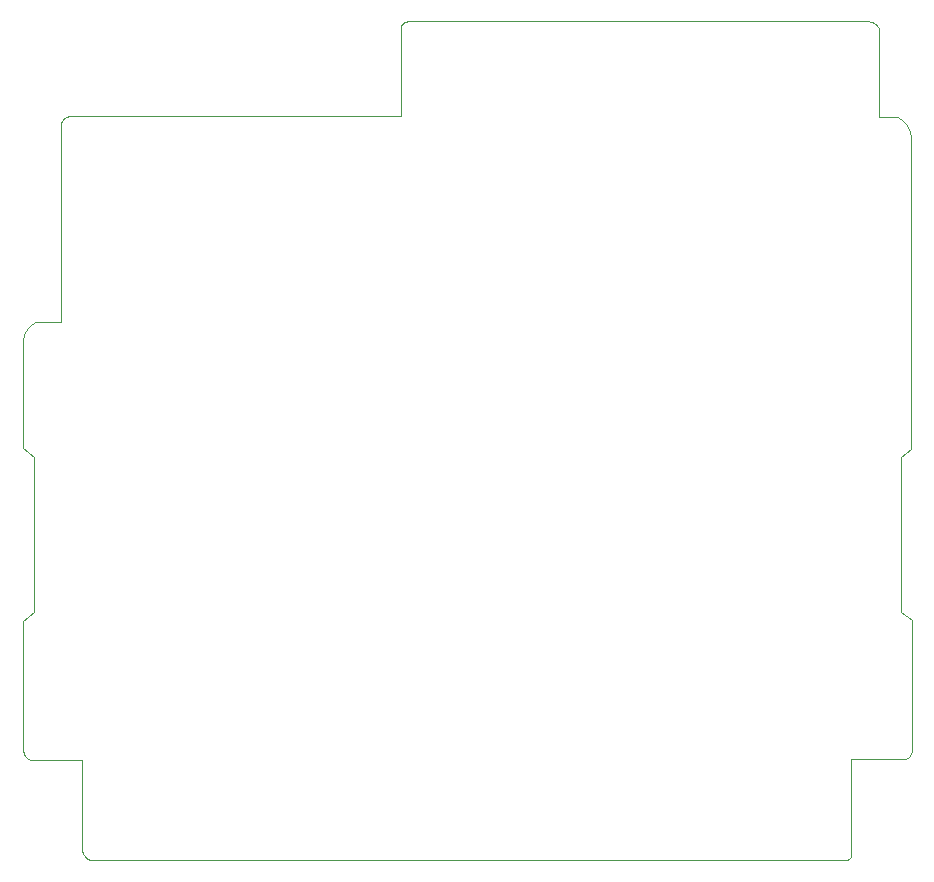
<source format=gbr>
%TF.GenerationSoftware,KiCad,Pcbnew,(6.0.2)*%
%TF.CreationDate,2023-01-30T01:25:14-05:00*%
%TF.ProjectId,bottom,626f7474-6f6d-42e6-9b69-6361645f7063,rev?*%
%TF.SameCoordinates,Original*%
%TF.FileFunction,Profile,NP*%
%FSLAX46Y46*%
G04 Gerber Fmt 4.6, Leading zero omitted, Abs format (unit mm)*
G04 Created by KiCad (PCBNEW (6.0.2)) date 2023-01-30 01:25:14*
%MOMM*%
%LPD*%
G01*
G04 APERTURE LIST*
%TA.AperFunction,Profile*%
%ADD10C,0.100000*%
%TD*%
G04 APERTURE END LIST*
D10*
X117564615Y-135895223D02*
X117515801Y-135867077D01*
X112660878Y-90658636D02*
X112739970Y-90590634D01*
X115296174Y-73416322D02*
X115316185Y-73379469D01*
X112417283Y-127367868D02*
X112382130Y-127343706D01*
X115539020Y-73131974D02*
X115573579Y-73108219D01*
X186110100Y-73079005D02*
X186201804Y-73129269D01*
X112323951Y-91055276D02*
X112382863Y-90969136D01*
X115262052Y-73492966D02*
X115278098Y-73454221D01*
X115646187Y-73066293D02*
X115684037Y-73048236D01*
X184426819Y-65434066D02*
X184456891Y-65483456D01*
X115414581Y-73244033D02*
X115443446Y-73213612D01*
X112051196Y-126770447D02*
X112047854Y-126727975D01*
X184510999Y-73079000D02*
X186110100Y-73079005D01*
X184456891Y-65483456D02*
X184484309Y-65534367D01*
X117224789Y-135604693D02*
X117191785Y-135559087D01*
X181777597Y-135956891D02*
X181725891Y-135970461D01*
X144406244Y-64985591D02*
X144443981Y-64972742D01*
X112649870Y-127471427D02*
X112609021Y-127459327D01*
X181725891Y-135970461D02*
X181673025Y-135978722D01*
X112056756Y-126812686D02*
X112051196Y-126770447D01*
X112027973Y-91829551D02*
X112046930Y-91726876D01*
X115209000Y-90368992D02*
X115209956Y-73738107D01*
X143999004Y-65349909D02*
X144040591Y-65281024D01*
X184484309Y-65534367D02*
X184509087Y-65586974D01*
X112453608Y-127390129D02*
X112417283Y-127367868D01*
X112220012Y-91236130D02*
X112269637Y-91144325D01*
X112228081Y-127197504D02*
X112202115Y-127163662D01*
X117007885Y-135033761D02*
X117005238Y-134977528D01*
X144560661Y-64946656D02*
X183379975Y-64939000D01*
X117379344Y-135767923D02*
X117337532Y-135730227D01*
X184281816Y-65254450D02*
X184321590Y-65296423D01*
X184001979Y-65051667D02*
X184052869Y-65079124D01*
X117515801Y-135867077D02*
X117468581Y-135836427D01*
X183949756Y-65026961D02*
X184001979Y-65051667D01*
X187063496Y-74143678D02*
X187098206Y-74242097D01*
X112100721Y-91525337D02*
X112135429Y-91426919D01*
X115505792Y-73157473D02*
X115539020Y-73131974D01*
X186752727Y-73602939D02*
X186816052Y-73685891D01*
X117718826Y-135963662D02*
X117666254Y-135943572D01*
X112775425Y-127494700D02*
X112733186Y-127489138D01*
X112074464Y-126896003D02*
X112064509Y-126854525D01*
X117260148Y-135648499D02*
X117224789Y-135604693D01*
X187098206Y-74242097D02*
X187127738Y-74342191D01*
X112135404Y-127054780D02*
X112117066Y-127016325D01*
X144443981Y-64972742D02*
X144482410Y-64961939D01*
X181898657Y-135900699D02*
X181852027Y-135926837D01*
X181802938Y-135948129D02*
X181777597Y-135956891D01*
X186376360Y-73243569D02*
X186458974Y-73307420D01*
X112064509Y-126854525D02*
X112056756Y-126812686D01*
X144482410Y-64961939D02*
X144521315Y-64953241D01*
X116009859Y-72978960D02*
X144008998Y-72978999D01*
X117666254Y-135943572D02*
X117614798Y-135920736D01*
X112047854Y-126727975D02*
X112046740Y-126685359D01*
X112315978Y-127290131D02*
X112285038Y-127260768D01*
X187028634Y-127219996D02*
X187000903Y-127245048D01*
X186538105Y-73375459D02*
X186613582Y-73447531D01*
X187192694Y-74753882D02*
X187195415Y-74858180D01*
X117423081Y-135803366D02*
X117379344Y-135767923D01*
X115762359Y-73018167D02*
X115802568Y-73006256D01*
X112285038Y-127260768D02*
X112255749Y-127229901D01*
X187000903Y-127245048D02*
X186941857Y-127290752D01*
X112997139Y-90412489D02*
X113089077Y-90362221D01*
X183672925Y-64946401D02*
X183729843Y-64956603D01*
X115609379Y-73086279D02*
X115646187Y-73066293D01*
X184359089Y-65340440D02*
X184394208Y-65386379D01*
X184149941Y-65141913D02*
X184195892Y-65177103D01*
X186458974Y-73307420D02*
X186538105Y-73375459D01*
X187152012Y-74443689D02*
X187170968Y-74546367D01*
X115226369Y-73613434D02*
X115236146Y-73572707D01*
X182052074Y-135753377D02*
X182036328Y-135775079D01*
X182036328Y-135775079D02*
X182001693Y-135815865D01*
X115361820Y-73309194D02*
X115387380Y-73275882D01*
X112529501Y-127428800D02*
X112491048Y-127410458D01*
X117161201Y-135511762D02*
X117133177Y-135462937D01*
X144086958Y-65216199D02*
X144112700Y-65185760D01*
X187200999Y-92079999D02*
X187210999Y-101109998D01*
X187249563Y-126797030D02*
X187234527Y-126870220D01*
X187234527Y-126870220D02*
X187212164Y-126941513D01*
X182001693Y-135815865D02*
X181963135Y-135852891D01*
X186910611Y-127311345D02*
X186845324Y-127347580D01*
X112100766Y-126976963D02*
X112086548Y-126936802D01*
X112568812Y-127445086D02*
X112529501Y-127428800D01*
X112382863Y-90969136D02*
X112446186Y-90886184D01*
X187170968Y-74546367D02*
X187184538Y-74649841D01*
X117107786Y-135412752D02*
X117085049Y-135361253D01*
X117133177Y-135462937D02*
X117107786Y-135412752D01*
X183500056Y-64934011D02*
X183557871Y-64935089D01*
X115278098Y-73454221D02*
X115296174Y-73416322D01*
X115338097Y-73343712D02*
X115361820Y-73309194D01*
X112733186Y-127489138D02*
X112691245Y-127481363D01*
X115573579Y-73108219D02*
X115609379Y-73086279D01*
X183896252Y-65005030D02*
X183949756Y-65026961D01*
X184509087Y-65586974D02*
X184510999Y-73079000D01*
X182144188Y-135477819D02*
X182139175Y-135531091D01*
X186201804Y-73129269D02*
X186290573Y-73184142D01*
X112739970Y-90590634D02*
X112822541Y-90526816D01*
X186321000Y-101820481D02*
X186321000Y-114929502D01*
X187127738Y-74342191D02*
X187152012Y-74443689D01*
X112959000Y-101790504D02*
X111999004Y-101080093D01*
X144521315Y-64953241D02*
X144560661Y-64946656D01*
X112269637Y-91144325D02*
X112323951Y-91055276D01*
X183786141Y-64969802D02*
X183841663Y-64985959D01*
X117770000Y-135981000D02*
X117718826Y-135963662D01*
X144008998Y-72978999D02*
X143999004Y-65349909D01*
X115473864Y-73184743D02*
X115505792Y-73157473D01*
X112086548Y-126936802D02*
X112074464Y-126896003D01*
X117008999Y-127501000D02*
X112860000Y-127501000D01*
X183841663Y-64985959D02*
X183896252Y-65005030D01*
X117468581Y-135836427D02*
X117423081Y-135803366D01*
X187210999Y-101109998D02*
X186321000Y-101820481D01*
X117085049Y-135361253D02*
X117065037Y-135308578D01*
X115684037Y-73048236D02*
X115722828Y-73032166D01*
X186520459Y-127422959D02*
X182111003Y-127421000D01*
X182144651Y-135450926D02*
X182144188Y-135477819D01*
X183729843Y-64956603D02*
X183786141Y-64969802D01*
X182128791Y-135583530D02*
X182121594Y-135609359D01*
X182080105Y-135707799D02*
X182052074Y-135753377D01*
X112071204Y-91625380D02*
X112100721Y-91525337D01*
X117337532Y-135730227D02*
X117297728Y-135690344D01*
X112860000Y-127501000D02*
X112775425Y-127494700D01*
X181852027Y-135926837D02*
X181802938Y-135948129D01*
X112046740Y-126685359D02*
X112049004Y-115709900D01*
X144199288Y-65103357D02*
X144230964Y-65079153D01*
X186941857Y-127290752D02*
X186910611Y-127311345D01*
X112491048Y-127410458D02*
X112453608Y-127390129D01*
X115843294Y-72996477D02*
X115884528Y-72988832D01*
X113820007Y-90359000D02*
X115209000Y-90368992D01*
X115387380Y-73275882D02*
X115414581Y-73244033D01*
X112135429Y-91426919D02*
X112175221Y-91330445D01*
X186595057Y-127419181D02*
X186520459Y-127422959D01*
X187023702Y-74047203D02*
X187063496Y-74143678D01*
X117191785Y-135559087D02*
X117161201Y-135511762D01*
X144230964Y-65079153D02*
X144263902Y-65056696D01*
X115802568Y-73006256D02*
X115843294Y-72996477D01*
X181673025Y-135978722D02*
X181619543Y-135981573D01*
X186816052Y-73685891D02*
X186874994Y-73772075D01*
X186613582Y-73447531D02*
X186685163Y-73523401D01*
X112046930Y-91726876D02*
X112071204Y-91625380D01*
X186929334Y-73861171D02*
X186978932Y-73952933D01*
X115248071Y-73532447D02*
X115262052Y-73492966D01*
X112175221Y-91330445D02*
X112220012Y-91236130D01*
X117005238Y-134977528D02*
X117005553Y-134921287D01*
X184195892Y-65177103D02*
X184239878Y-65214639D01*
X144263902Y-65056696D02*
X144298005Y-65036052D01*
X117033495Y-135200536D02*
X117022043Y-135145472D01*
X186290573Y-73184142D02*
X186376360Y-73243569D01*
X112513747Y-90806647D02*
X112585400Y-90730703D01*
X184102236Y-65109235D02*
X184149941Y-65141913D01*
X187146418Y-127075554D02*
X187125852Y-127106757D01*
X112382130Y-127343706D02*
X112348332Y-127317768D01*
X182140999Y-135419939D02*
X182144651Y-135450926D01*
X144140050Y-65156757D02*
X144168967Y-65129237D01*
X111999004Y-101080093D02*
X111999000Y-92140000D01*
X186845324Y-127347580D02*
X186776613Y-127377064D01*
X186874994Y-73772075D02*
X186929334Y-73861171D01*
X115213245Y-73696297D02*
X115218725Y-73654667D01*
X112348332Y-127317768D02*
X112315978Y-127290131D01*
X112202115Y-127163662D02*
X112178016Y-127128593D01*
X112049004Y-115709900D02*
X112959000Y-114979520D01*
X186321000Y-114929502D02*
X187261000Y-115640000D01*
X187212164Y-126941513D02*
X187182702Y-127010179D01*
X115236146Y-73572707D02*
X115248071Y-73532447D01*
X111999000Y-92140000D02*
X112014402Y-91933023D01*
X112691245Y-127481363D02*
X112649870Y-127471427D01*
X186685163Y-73523401D02*
X186752727Y-73602939D01*
X182121594Y-135609359D02*
X182103343Y-135659657D01*
X144112700Y-65185760D02*
X144140050Y-65156757D01*
X181920980Y-135885844D02*
X181898657Y-135900699D01*
X115209956Y-73738107D02*
X115213245Y-73696297D01*
X187184538Y-74649841D02*
X187192694Y-74753882D01*
X182103343Y-135659657D02*
X182080105Y-135707799D01*
X186705369Y-127399415D02*
X186668965Y-127407862D01*
X115722828Y-73032166D02*
X115762359Y-73018167D01*
X187261000Y-126690000D02*
X187249563Y-126797030D01*
X182139175Y-135531091D02*
X182128791Y-135583530D01*
X115443446Y-73213612D02*
X115473864Y-73184743D01*
X182111003Y-127421000D02*
X182140999Y-135419939D01*
X187080148Y-127165803D02*
X187028634Y-127219996D01*
X117005553Y-134921287D02*
X117008829Y-134865116D01*
X112255749Y-127229901D02*
X112228081Y-127197504D01*
X115218725Y-73654667D02*
X115226369Y-73613434D01*
X187261000Y-115640000D02*
X187261000Y-126690000D01*
X183557871Y-64935089D02*
X183615548Y-64939223D01*
X144040591Y-65281024D02*
X144062898Y-65247984D01*
X144298005Y-65036052D02*
X144333174Y-65017281D01*
X184394208Y-65386379D02*
X184426819Y-65434066D01*
X117008829Y-134865116D02*
X117008999Y-127501000D01*
X183615548Y-64939223D02*
X183672925Y-64946401D01*
X187125852Y-127106757D02*
X187080148Y-127165803D01*
X115316185Y-73379469D02*
X115338097Y-73343712D01*
X186668965Y-127407862D02*
X186595057Y-127419181D01*
X112178016Y-127128593D02*
X112155756Y-127092267D01*
X112908370Y-90467360D02*
X112997139Y-90412489D01*
X144369305Y-65000438D02*
X144406244Y-64985591D01*
X186978932Y-73952933D02*
X187023702Y-74047203D01*
X112822541Y-90526816D02*
X112908370Y-90467360D01*
X115926157Y-72983349D02*
X115967964Y-72980058D01*
X112446186Y-90886184D02*
X112513747Y-90806647D01*
X184052869Y-65079124D02*
X184102236Y-65109235D01*
X183379975Y-64939000D02*
X183500056Y-64934011D01*
X144333174Y-65017281D02*
X144369305Y-65000438D01*
X187195415Y-74858180D02*
X187200999Y-92079999D01*
X117013495Y-135089829D02*
X117007885Y-135033761D01*
X186776613Y-127377064D02*
X186705369Y-127399415D01*
X144062898Y-65247984D02*
X144086958Y-65216199D01*
X112014402Y-91933023D02*
X112027973Y-91829551D01*
X184321590Y-65296423D02*
X184359089Y-65340440D01*
X112117066Y-127016325D02*
X112100766Y-126976963D01*
X112155756Y-127092267D02*
X112135404Y-127054780D01*
X112585400Y-90730703D02*
X112660878Y-90658636D01*
X184239878Y-65214639D02*
X184281816Y-65254450D01*
X187182702Y-127010179D02*
X187146418Y-127075554D01*
X117297728Y-135690344D02*
X117260148Y-135648499D01*
X112959000Y-114979520D02*
X112959000Y-101790504D01*
X115967964Y-72980058D02*
X116009859Y-72978960D01*
X117047843Y-135254973D02*
X117033495Y-135200536D01*
X113089077Y-90362221D02*
X113820007Y-90359000D01*
X117614798Y-135920736D02*
X117564615Y-135895223D01*
X112609021Y-127459327D02*
X112568812Y-127445086D01*
X181963135Y-135852891D02*
X181920980Y-135885844D01*
X117022043Y-135145472D02*
X117013495Y-135089829D01*
X144168967Y-65129237D02*
X144199288Y-65103357D01*
X115884528Y-72988832D02*
X115926157Y-72983349D01*
X181619543Y-135981573D02*
X117770000Y-135981000D01*
X117065037Y-135308578D02*
X117047843Y-135254973D01*
M02*

</source>
